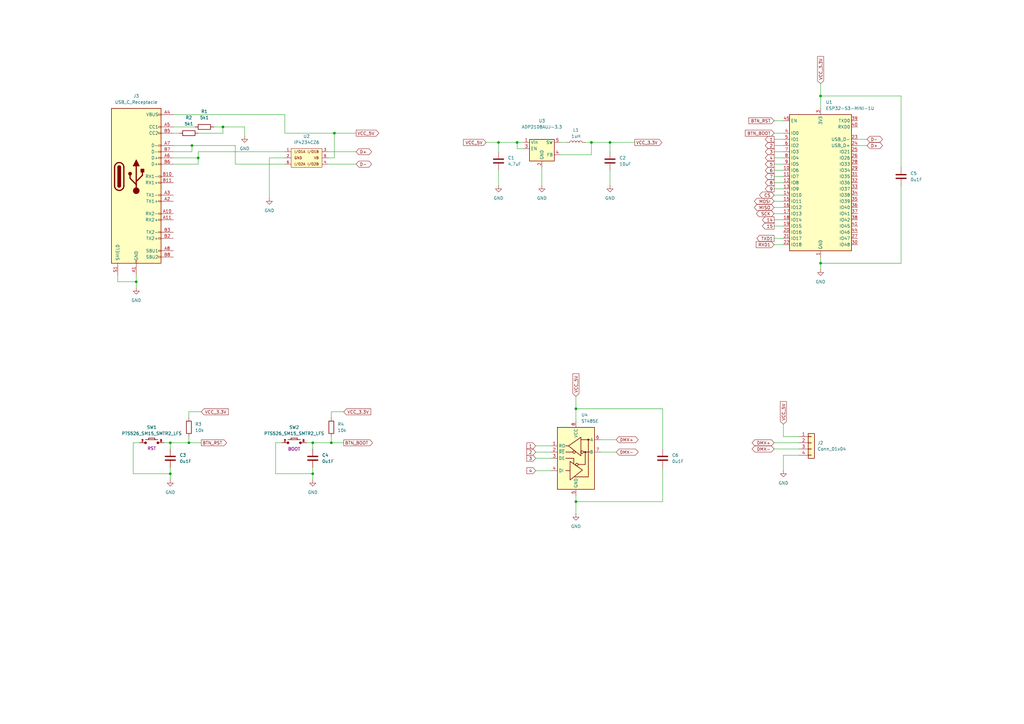
<source format=kicad_sch>
(kicad_sch (version 20250114) (generator "eeschema") (generator_version "9.0")
  (paper "A3")
  (title_block (title "TRANCE Devboard"))
  (lib_symbols
    (symbol "Connector:USB_C_Receptacle" (pin_names (offset 1.016))
      (property "Reference" "J" (at -10.16 29.21 0))
      (property "Value" "USB_C_Receptacle" (at 10.16 29.21 0))
      (symbol "USB_C_Receptacle_0_0"
        (rectangle (start -0.254 -35.56) (end 0.254 -34.544))
        (rectangle (start 10.16 25.654) (end 9.144 25.146))
        (rectangle (start 10.16 20.574) (end 9.144 20.066))
        (rectangle (start 10.16 18.034) (end 9.144 17.526))
        (rectangle (start 10.16 12.954) (end 9.144 12.446))
        (rectangle (start 10.16 10.414) (end 9.144 9.906))
        (rectangle (start 10.16 7.874) (end 9.144 7.366))
        (rectangle (start 10.16 5.334) (end 9.144 4.826))
        (rectangle (start 10.16 0.254) (end 9.144 -0.254))
        (rectangle (start 10.16 -2.286) (end 9.144 -2.794))
        (rectangle (start 10.16 -7.366) (end 9.144 -7.874))
        (rectangle (start 10.16 -9.906) (end 9.144 -10.414))
        (rectangle (start 10.16 -14.986) (end 9.144 -15.494))
        (rectangle (start 10.16 -17.526) (end 9.144 -18.034))
        (rectangle (start 10.16 -22.606) (end 9.144 -23.114))
        (rectangle (start 10.16 -25.146) (end 9.144 -25.654))
        (rectangle (start 10.16 -30.226) (end 9.144 -30.734))
        (rectangle (start 10.16 -32.766) (end 9.144 -33.274))
      )
      (symbol "USB_C_Receptacle_0_1"
        (rectangle (start -10.16 27.94) (end 10.16 -35.56) (stroke (width 0.254)) (fill (type background)))
        (polyline (pts (xy -8.89 -3.81) (xy -8.89 3.81)) (stroke (width 0.508)))
        (rectangle (start -7.62 -3.81) (end -6.35 3.81) (stroke (width 0.254)) (fill (type outline)))
        (arc (start -7.62 3.81) (mid -6.985 4.4423) (end -6.35 3.81) (stroke (width 0.254)))
        (arc (start -7.62 3.81) (mid -6.985 4.4423) (end -6.35 3.81) (stroke (width 0.254)) (fill (type outline)))
        (arc (start -8.89 3.81) (mid -6.985 5.7067) (end -5.08 3.81) (stroke (width 0.508)))
        (arc (start -5.08 -3.81) (mid -6.985 -5.7067) (end -8.89 -3.81) (stroke (width 0.508)))
        (arc (start -6.35 -3.81) (mid -6.985 -4.4423) (end -7.62 -3.81) (stroke (width 0.254)))
        (arc (start -6.35 -3.81) (mid -6.985 -4.4423) (end -7.62 -3.81) (stroke (width 0.254)) (fill (type outline)))
        (polyline (pts (xy -5.08 3.81) (xy -5.08 -3.81)) (stroke (width 0.508)))
      )
      (symbol "USB_C_Receptacle_1_1"
        (circle (center -2.54 1.143) (radius 0.635) (stroke (width 0.254)) (fill (type outline)))
        (polyline (pts (xy -1.27 4.318) (xy 0 6.858) (xy 1.27 4.318) (xy -1.27 4.318)) (stroke (width 0.254)) (fill (type outline)))
        (polyline (pts (xy 0 -2.032) (xy 2.54 0.508) (xy 2.54 1.778)) (stroke (width 0.508)))
        (polyline (pts (xy 0 -3.302) (xy -2.54 -0.762) (xy -2.54 0.508)) (stroke (width 0.508)))
        (polyline (pts (xy 0 -5.842) (xy 0 4.318)) (stroke (width 0.508)))
        (circle (center 0 -5.842) (radius 1.27) (fill (type outline)))
        (rectangle (start 1.905 1.778) (end 3.175 3.048) (stroke (width 0.254)) (fill (type outline)))
        (pin passive line (at -7.62 -40.64 90) (length 5.08) (name "SHIELD") (number "S1"))
        (pin passive line (at 0 -40.64 90) (length 5.08) (name "GND") (number "A1"))
        (pin passive line (at 0 -40.64 90) (length 5.08) (hide yes) (name "GND") (number "A12"))
        (pin passive line (at 0 -40.64 90) (length 5.08) (hide yes) (name "GND") (number "B1"))
        (pin passive line (at 0 -40.64 90) (length 5.08) (hide yes) (name "GND") (number "B12"))
        (pin passive line (at 15.24 25.4 180) (length 5.08) (name "VBUS") (number "A4"))
        (pin passive line (at 15.24 25.4 180) (length 5.08) (hide yes) (name "VBUS") (number "A9"))
        (pin passive line (at 15.24 25.4 180) (length 5.08) (hide yes) (name "VBUS") (number "B4"))
        (pin passive line (at 15.24 25.4 180) (length 5.08) (hide yes) (name "VBUS") (number "B9"))
        (pin bidirectional line (at 15.24 20.32 180) (length 5.08) (name "CC1") (number "A5"))
        (pin bidirectional line (at 15.24 17.78 180) (length 5.08) (name "CC2") (number "B5"))
        (pin bidirectional line (at 15.24 12.7 180) (length 5.08) (name "D-") (number "A7"))
        (pin bidirectional line (at 15.24 10.16 180) (length 5.08) (name "D-") (number "B7"))
        (pin bidirectional line (at 15.24 7.62 180) (length 5.08) (name "D+") (number "A6"))
        (pin bidirectional line (at 15.24 5.08 180) (length 5.08) (name "D+") (number "B6"))
        (pin bidirectional line (at 15.24 0 180) (length 5.08) (name "RX1-") (number "B10"))
        (pin bidirectional line (at 15.24 -2.54 180) (length 5.08) (name "RX1+") (number "B11"))
        (pin bidirectional line (at 15.24 -7.62 180) (length 5.08) (name "TX1-") (number "A3"))
        (pin bidirectional line (at 15.24 -10.16 180) (length 5.08) (name "TX1+") (number "A2"))
        (pin bidirectional line (at 15.24 -15.24 180) (length 5.08) (name "RX2-") (number "A10"))
        (pin bidirectional line (at 15.24 -17.78 180) (length 5.08) (name "RX2+") (number "A11"))
        (pin bidirectional line (at 15.24 -22.86 180) (length 5.08) (name "TX2-") (number "B3"))
        (pin bidirectional line (at 15.24 -25.4 180) (length 5.08) (name "TX2+") (number "B2"))
        (pin bidirectional line (at 15.24 -30.48 180) (length 5.08) (name "SBU1") (number "A8"))
        (pin bidirectional line (at 15.24 -33.02 180) (length 5.08) (name "SBU2") (number "B8"))
      )
    )
    (symbol "Connector_Generic:Conn_01x04" (pin_names (offset 1.016) (hide yes))
      (property "Reference" "J" (at 0 5.08 0))
      (property "Value" "Conn_01x04" (at 0 -7.62 0))
      (symbol "Conn_01x04_1_1"
        (rectangle (start -1.27 3.81) (end 1.27 -6.35) (stroke (width 0.254)) (fill (type background)))
        (rectangle (start -1.27 2.667) (end 0 2.413) (stroke (width 0.1524)))
        (rectangle (start -1.27 0.127) (end 0 -0.127) (stroke (width 0.1524)))
        (rectangle (start -1.27 -2.413) (end 0 -2.667) (stroke (width 0.1524)))
        (rectangle (start -1.27 -4.953) (end 0 -5.207) (stroke (width 0.1524)))
        (pin passive line (at -5.08 2.54 0) (length 3.81) (name "Pin_1") (number "1"))
        (pin passive line (at -5.08 0 0) (length 3.81) (name "Pin_2") (number "2"))
        (pin passive line (at -5.08 -2.54 0) (length 3.81) (name "Pin_3") (number "3"))
        (pin passive line (at -5.08 -5.08 0) (length 3.81) (name "Pin_4") (number "4"))
      )
    )
    (symbol "Device:C" (pin_numbers (hide yes)) (pin_names (offset 0.254))
      (property "Reference" "C" (at 0.635 2.54 0))
      (property "Value" "C" (at 0.635 -2.54 0))
      (symbol "C_0_1"
        (polyline (pts (xy -2.032 0.762) (xy 2.032 0.762)) (stroke (width 0.508)))
        (polyline (pts (xy -2.032 -0.762) (xy 2.032 -0.762)) (stroke (width 0.508)))
      )
      (symbol "C_1_1"
        (pin passive line (at 0 3.81 270) (length 2.794) (name "~") (number "1"))
        (pin passive line (at 0 -3.81 90) (length 2.794) (name "~") (number "2"))
      )
    )
    (symbol "Device:L" (pin_numbers (hide yes)) (pin_names (offset 1.016) (hide yes))
      (property "Reference" "L" (at -1.27 0 90))
      (property "Value" "L" (at 1.905 0 90))
      (symbol "L_0_1"
        (arc (start 0 2.54) (mid 0.6323 1.905) (end 0 1.27))
        (arc (start 0 1.27) (mid 0.6323 0.635) (end 0 0))
        (arc (start 0 0) (mid 0.6323 -0.635) (end 0 -1.27))
        (arc (start 0 -1.27) (mid 0.6323 -1.905) (end 0 -2.54))
      )
      (symbol "L_1_1"
        (pin passive line (at 0 3.81 270) (length 1.27) (name "1") (number "1"))
        (pin passive line (at 0 -3.81 90) (length 1.27) (name "2") (number "2"))
      )
    )
    (symbol "Device:R" (pin_numbers (hide yes)) (pin_names (offset 0))
      (property "Reference" "R" (at 2.032 0 90))
      (property "Value" "R" (at 0 0 90))
      (symbol "R_0_1"
        (rectangle (start -1.016 -2.54) (end 1.016 2.54) (stroke (width 0.254)))
      )
      (symbol "R_1_1"
        (pin passive line (at 0 3.81 270) (length 1.27) (name "~") (number "1"))
        (pin passive line (at 0 -3.81 90) (length 1.27) (name "~") (number "2"))
      )
    )
    (symbol "IP4234CZ6:IP4234CZ6" (pin_names (offset 1.016))
      (property "Reference" "U" (at 0 5.08 0))
      (property "Value" "IP4234CZ6" (at 0 2.54 0))
      (symbol "IP4234CZ6_0_0"
        (rectangle (start 0 -6.35) (end 12.7 1.27) (stroke (width 0.1524)) (fill (type background)))
        (text "I/O1A" (at 1.27 0 0) (effects (font (size 1.016 1.016)) (justify left)))
        (text "GND" (at 1.27 -2.54 0) (effects (font (size 1.016 1.016)) (justify left)))
        (text "I/O2A" (at 1.27 -5.08 0) (effects (font (size 1.016 1.016)) (justify left)))
        (text "I/O1B" (at 11.43 0 0) (effects (font (size 1.016 1.016)) (justify right)))
        (text "VB" (at 11.43 -2.54 0) (effects (font (size 1.016 1.016)) (justify right)))
        (text "I/O2B" (at 11.43 -5.08 0) (effects (font (size 1.016 1.016)) (justify right)))
        (pin bidirectional line (at -2.54 0 0) (length 2.54) (name "~") (number "1"))
        (pin bidirectional line (at -2.54 -2.54 0) (length 2.54) (name "~") (number "2"))
        (pin bidirectional line (at -2.54 -5.08 0) (length 2.54) (name "~") (number "6"))
        (pin bidirectional line (at 15.24 0 180) (length 2.54) (name "~") (number "3"))
        (pin bidirectional line (at 15.24 -2.54 180) (length 2.54) (name "~") (number "5"))
        (pin bidirectional line (at 15.24 -5.08 180) (length 2.54) (name "~") (number "4"))
      )
    )
    (symbol "Interface_UART:ST485E"
      (property "Reference" "U" (at -6.985 13.97 0))
      (property "Value" "ST485E" (at 2.54 13.97 0))
      (symbol "ST485E_0_1"
        (rectangle (start -7.62 12.7) (end 7.62 -12.7) (stroke (width 0.254)) (fill (type background)))
        (polyline (pts (xy -4.191 2.54) (xy -1.27 2.54)) (stroke (width 0.254)))
        (polyline (pts (xy -4.191 0) (xy -0.889 0) (xy -0.889 -2.286)) (stroke (width 0.254)))
        (polyline (pts (xy -3.175 5.08) (xy -4.191 5.08) (xy -4.064 5.08)) (stroke (width 0.254)))
        (polyline (pts (xy -2.54 -5.08) (xy -4.191 -5.08)) (stroke (width 0.254)))
        (polyline (pts (xy -2.413 -5.08) (xy -2.413 -1.27) (xy 2.667 -4.826) (xy -2.413 -8.89) (xy -2.413 -5.08)) (stroke (width 0.254)))
        (polyline (pts (xy -0.635 -7.62) (xy 5.08 -7.62)) (stroke (width 0.254)))
        (circle (center 0.381 -2.54) (radius 0.508) (stroke (width 0.254)))
        (polyline (pts (xy 0.889 -2.54) (xy 3.81 -2.54)) (stroke (width 0.254)))
        (polyline (pts (xy 2.032 7.62) (xy 5.715 7.62)) (stroke (width 0.254)))
        (polyline (pts (xy 3.048 2.54) (xy 5.715 2.54)) (stroke (width 0.254)))
        (circle (center 3.81 2.54) (radius 0.2794) (stroke (width 0.254)) (fill (type outline)))
        (polyline (pts (xy 3.81 -2.54) (xy 3.81 2.54)) (stroke (width 0.254)))
        (polyline (pts (xy 5.08 -7.62) (xy 5.08 7.62)) (stroke (width 0.254)))
      )
      (symbol "ST485E_1_1"
        (circle (center -0.762 2.54) (radius 0.508) (stroke (width 0.254)))
        (polyline (pts (xy 2.032 4.826) (xy 2.032 8.636) (xy -3.048 5.08) (xy 2.032 1.016) (xy 2.032 4.826)) (stroke (width 0.254)))
        (circle (center 2.54 2.54) (radius 0.508) (stroke (width 0.254)))
        (circle (center 5.08 7.62) (radius 0.2794) (stroke (width 0.254)) (fill (type outline)))
        (pin output line (at -10.16 5.08 0) (length 2.54) (name "RO") (number "1"))
        (pin input line (at -10.16 2.54 0) (length 2.54) (name "~{RE}") (number "2"))
        (pin input line (at -10.16 0 0) (length 2.54) (name "DE") (number "3"))
        (pin input line (at -10.16 -5.08 0) (length 2.54) (name "DI") (number "4"))
        (pin power_in line (at 0 15.24 270) (length 2.54) (name "VCC") (number "8"))
        (pin power_in line (at 0 -15.24 90) (length 2.54) (name "GND") (number "5"))
        (pin bidirectional line (at 10.16 7.62 180) (length 2.54) (name "A") (number "6"))
        (pin bidirectional line (at 10.16 2.54 180) (length 2.54) (name "B") (number "7"))
      )
    )
    (symbol "PTS526_SM15_SMTR2_LFS:PTS526_SM15_SMTR2_LFS" (pin_names (offset 1.016))
      (property "Reference" "SW" (at -2.54 2.54 0))
      (property "Value" "PTS526_SM15_SMTR2_LFS" (at -2.54 -2.54 0))
      (symbol "PTS526_SM15_SMTR2_LFS_0_0"
        (polyline (pts (xy -2.54 1.27) (xy -1.27 1.27)) (stroke (width 0.254)))
        (circle (center -2.54 0) (radius 0.127) (stroke (width 0.4064)))
        (polyline (pts (xy -1.27 1.905) (xy -1.27 1.27)) (stroke (width 0.254)))
        (polyline (pts (xy -1.27 1.905) (xy 1.27 1.905)) (stroke (width 0.254)))
        (polyline (pts (xy -1.27 1.27) (xy 1.27 1.27)) (stroke (width 0.254)))
        (polyline (pts (xy 1.27 1.905) (xy 1.27 1.27)) (stroke (width 0.254)))
        (polyline (pts (xy 1.27 1.27) (xy 2.54 1.27)) (stroke (width 0.254)))
        (circle (center 2.54 0) (radius 0.127) (stroke (width 0.4064)))
        (pin passive line (at -5.08 0 0) (length 2.54) (name "~") (number "1"))
        (pin passive line (at -5.08 0 0) (length 2.54) (name "~") (number "2"))
        (pin passive line (at 5.08 0 180) (length 2.54) (name "~") (number "3"))
        (pin passive line (at 5.08 0 180) (length 2.54) (name "~") (number "4"))
      )
    )
    (symbol "RF_Module:ESP32-S3-MINI-1U"
      (property "Reference" "U" (at -11.43 29.21 0))
      (property "Value" "ESP32-S3-MINI-1U" (at 12.7 29.21 0))
      (symbol "ESP32-S3-MINI-1U_0_1"
        (rectangle (start -12.7 27.94) (end 12.7 -27.94) (stroke (width 0.254)) (fill (type background)))
      )
      (symbol "ESP32-S3-MINI-1U_1_1"
        (pin input line (at -15.24 25.4 0) (length 2.54) (name "EN") (number "45"))
        (pin bidirectional line (at -15.24 20.32 0) (length 2.54) (name "IO0") (number "4"))
        (pin bidirectional line (at -15.24 17.78 0) (length 2.54) (name "IO1") (number "5"))
        (pin bidirectional line (at -15.24 15.24 0) (length 2.54) (name "IO2") (number "6"))
        (pin bidirectional line (at -15.24 12.7 0) (length 2.54) (name "IO3") (number "7"))
        (pin bidirectional line (at -15.24 10.16 0) (length 2.54) (name "IO4") (number "8"))
        (pin bidirectional line (at -15.24 7.62 0) (length 2.54) (name "IO5") (number "9"))
        (pin bidirectional line (at -15.24 5.08 0) (length 2.54) (name "IO6") (number "10"))
        (pin bidirectional line (at -15.24 2.54 0) (length 2.54) (name "IO7") (number "11"))
        (pin bidirectional line (at -15.24 0 0) (length 2.54) (name "IO8") (number "12"))
        (pin bidirectional line (at -15.24 -2.54 0) (length 2.54) (name "IO9") (number "13"))
        (pin bidirectional line (at -15.24 -5.08 0) (length 2.54) (name "IO10") (number "14"))
        (pin bidirectional line (at -15.24 -7.62 0) (length 2.54) (name "IO11") (number "15"))
        (pin bidirectional line (at -15.24 -10.16 0) (length 2.54) (name "IO12") (number "16"))
        (pin bidirectional line (at -15.24 -12.7 0) (length 2.54) (name "IO13") (number "17"))
        (pin bidirectional line (at -15.24 -15.24 0) (length 2.54) (name "IO14") (number "18"))
        (pin bidirectional line (at -15.24 -17.78 0) (length 2.54) (name "IO15") (number "19"))
        (pin bidirectional line (at -15.24 -20.32 0) (length 2.54) (name "IO16") (number "20"))
        (pin bidirectional line (at -15.24 -22.86 0) (length 2.54) (name "IO17") (number "21"))
        (pin bidirectional line (at -15.24 -25.4 0) (length 2.54) (name "IO18") (number "22"))
        (pin power_in line (at 0 30.48 270) (length 2.54) (name "3V3") (number "3"))
        (pin power_in line (at 0 -30.48 90) (length 2.54) (name "GND") (number "1"))
        (pin passive line (at 0 -30.48 90) (length 2.54) (hide yes) (name "GND") (number "2"))
        (pin passive line (at 0 -30.48 90) (length 2.54) (hide yes) (name "GND") (number "42"))
        (pin passive line (at 0 -30.48 90) (length 2.54) (hide yes) (name "GND") (number "43"))
        (pin passive line (at 0 -30.48 90) (length 2.54) (hide yes) (name "GND") (number "46"))
        (pin passive line (at 0 -30.48 90) (length 2.54) (hide yes) (name "GND") (number "47"))
        (pin passive line (at 0 -30.48 90) (length 2.54) (hide yes) (name "GND") (number "48"))
        (pin passive line (at 0 -30.48 90) (length 2.54) (hide yes) (name "GND") (number "49"))
        (pin passive line (at 0 -30.48 90) (length 2.54) (hide yes) (name "GND") (number "50"))
        (pin passive line (at 0 -30.48 90) (length 2.54) (hide yes) (name "GND") (number "51"))
        (pin passive line (at 0 -30.48 90) (length 2.54) (hide yes) (name "GND") (number "52"))
        (pin passive line (at 0 -30.48 90) (length 2.54) (hide yes) (name "GND") (number "53"))
        (pin passive line (at 0 -30.48 90) (length 2.54) (hide yes) (name "GND") (number "54"))
        (pin passive line (at 0 -30.48 90) (length 2.54) (hide yes) (name "GND") (number "55"))
        (pin passive line (at 0 -30.48 90) (length 2.54) (hide yes) (name "GND") (number "56"))
        (pin passive line (at 0 -30.48 90) (length 2.54) (hide yes) (name "GND") (number "57"))
        (pin passive line (at 0 -30.48 90) (length 2.54) (hide yes) (name "GND") (number "58"))
        (pin passive line (at 0 -30.48 90) (length 2.54) (hide yes) (name "GND") (number "59"))
        (pin passive line (at 0 -30.48 90) (length 2.54) (hide yes) (name "GND") (number "60"))
        (pin passive line (at 0 -30.48 90) (length 2.54) (hide yes) (name "GND") (number "61"))
        (pin passive line (at 0 -30.48 90) (length 2.54) (hide yes) (name "GND") (number "62"))
        (pin passive line (at 0 -30.48 90) (length 2.54) (hide yes) (name "GND") (number "63"))
        (pin passive line (at 0 -30.48 90) (length 2.54) (hide yes) (name "GND") (number "64"))
        (pin passive line (at 0 -30.48 90) (length 2.54) (hide yes) (name "GND") (number "65"))
        (pin bidirectional line (at 15.24 25.4 180) (length 2.54) (name "TXD0") (number "39"))
        (pin bidirectional line (at 15.24 22.86 180) (length 2.54) (name "RXD0") (number "40"))
        (pin bidirectional line (at 15.24 17.78 180) (length 2.54) (name "USB_D-") (number "23"))
        (pin bidirectional line (at 15.24 15.24 180) (length 2.54) (name "USB_D+") (number "24"))
        (pin bidirectional line (at 15.24 12.7 180) (length 2.54) (name "IO21") (number "25"))
        (pin bidirectional line (at 15.24 10.16 180) (length 2.54) (name "IO26") (number "26"))
        (pin bidirectional line (at 15.24 7.62 180) (length 2.54) (name "IO33") (number "28"))
        (pin bidirectional line (at 15.24 5.08 180) (length 2.54) (name "IO34") (number "29"))
        (pin bidirectional line (at 15.24 2.54 180) (length 2.54) (name "IO35") (number "31"))
        (pin bidirectional line (at 15.24 0 180) (length 2.54) (name "IO36") (number "32"))
        (pin bidirectional line (at 15.24 -2.54 180) (length 2.54) (name "IO37") (number "33"))
        (pin bidirectional line (at 15.24 -5.08 180) (length 2.54) (name "IO38") (number "34"))
        (pin bidirectional line (at 15.24 -7.62 180) (length 2.54) (name "IO39") (number "35"))
        (pin bidirectional line (at 15.24 -10.16 180) (length 2.54) (name "IO40") (number "36"))
        (pin bidirectional line (at 15.24 -12.7 180) (length 2.54) (name "IO41") (number "37"))
        (pin bidirectional line (at 15.24 -15.24 180) (length 2.54) (name "IO42") (number "38"))
        (pin bidirectional line (at 15.24 -17.78 180) (length 2.54) (name "IO45") (number "41"))
        (pin bidirectional line (at 15.24 -20.32 180) (length 2.54) (name "IO46") (number "44"))
        (pin bidirectional line (at 15.24 -22.86 180) (length 2.54) (name "IO47") (number "27"))
        (pin bidirectional line (at 15.24 -25.4 180) (length 2.54) (name "IO48") (number "30"))
      )
    )
    (symbol "Regulator_Switching:ADP2108AUJ-3.3"
      (property "Reference" "U" (at -5.08 5.08 0))
      (property "Value" "ADP2108AUJ-3.3" (at 0 5.08 0))
      (symbol "ADP2108AUJ-3.3_0_1"
        (rectangle (start -5.08 3.81) (end 5.08 -5.08) (stroke (width 0.254)) (fill (type background)))
      )
      (symbol "ADP2108AUJ-3.3_1_1"
        (pin power_in line (at -7.62 2.54 0) (length 2.54) (name "Vin") (number "1"))
        (pin input line (at -7.62 0 0) (length 2.54) (name "EN") (number "3"))
        (pin power_in line (at 0 -7.62 90) (length 2.54) (name "GND") (number "2"))
        (pin input line (at 7.62 2.54 180) (length 2.54) (name "SW") (number "5"))
        (pin input line (at 7.62 -2.54 180) (length 2.54) (name "FB") (number "4"))
      )
    )
    (symbol "power:GND" (power) (pin_numbers (hide yes)) (pin_names (offset 0) (hide yes))
      (property "Value" "GND" (at 0 -3.81 0))
      (symbol "GND_0_1"
        (polyline (pts (xy 0 0) (xy 0 -1.27) (xy 1.27 -1.27) (xy 0 -2.54) (xy -1.27 -1.27) (xy 0 -1.27)))
      )
      (symbol "GND_1_1"
        (pin power_in line (at 0 0 270) (length 0) (name "~") (number "1"))
      )
    )
  )
  (junction (at 128.27 181.61))
  (junction (at 204.47 58.42))
  (junction (at 336.55 39.37))
  (junction (at 91.44 52.07))
  (junction (at 128.27 194.31))
  (junction (at 137.16 54.61))
  (junction (at 78.74 59.69))
  (junction (at 212.09 58.42))
  (junction (at 250.19 58.42))
  (junction (at 135.89 181.61))
  (junction (at 236.22 167.64))
  (junction (at 69.85 181.61))
  (junction (at 236.22 205.74))
  (junction (at 69.85 194.31))
  (junction (at 336.55 107.95))
  (junction (at 77.47 181.61))
  (junction (at 55.88 115.57))
  (junction (at 242.57 58.42))
  (junction (at 81.28 64.77))
  (wire (pts (xy 317.5 87.63) (xy 321.31 87.63)))
  (wire (pts (xy 134.62 64.77) (xy 137.16 64.77)))
  (wire (pts (xy 71.12 54.61) (xy 73.66 54.61)))
  (wire (pts (xy 96.52 59.69) (xy 96.52 67.31)))
  (wire (pts (xy 81.28 67.31) (xy 71.12 67.31)))
  (wire (pts (xy 317.5 59.69) (xy 321.31 59.69)))
  (wire (pts (xy 137.16 64.77) (xy 137.16 54.61)))
  (wire (pts (xy 250.19 58.42) (xy 260.35 58.42)))
  (wire (pts (xy 321.31 193.04) (xy 321.31 186.69)))
  (wire (pts (xy 116.84 54.61) (xy 116.84 46.99)))
  (wire (pts (xy 317.5 72.39) (xy 321.31 72.39)))
  (wire (pts (xy 250.19 69.85) (xy 250.19 76.2)))
  (wire (pts (xy 137.16 54.61) (xy 146.05 54.61)))
  (wire (pts (xy 140.97 168.91) (xy 135.89 168.91)))
  (wire (pts (xy 271.78 205.74) (xy 236.22 205.74)))
  (wire (pts (xy 71.12 52.07) (xy 80.01 52.07)))
  (wire (pts (xy 317.5 49.53) (xy 321.31 49.53)))
  (wire (pts (xy 212.09 58.42) (xy 212.09 60.96)))
  (wire (pts (xy 317.5 54.61) (xy 321.31 54.61)))
  (wire (pts (xy 82.55 168.91) (xy 77.47 168.91)))
  (wire (pts (xy 135.89 168.91) (xy 135.89 171.45)))
  (wire (pts (xy 240.03 58.42) (xy 242.57 58.42)))
  (wire (pts (xy 81.28 62.23) (xy 116.84 62.23)))
  (wire (pts (xy 369.57 107.95) (xy 336.55 107.95)))
  (wire (pts (xy 69.85 194.31) (xy 69.85 196.85)))
  (wire (pts (xy 317.5 181.61) (xy 327.66 181.61)))
  (wire (pts (xy 222.25 68.58) (xy 222.25 76.2)))
  (wire (pts (xy 317.5 82.55) (xy 321.31 82.55)))
  (wire (pts (xy 77.47 179.07) (xy 77.47 181.61)))
  (wire (pts (xy 317.5 97.79) (xy 321.31 97.79)))
  (wire (pts (xy 214.63 60.96) (xy 212.09 60.96)))
  (wire (pts (xy 236.22 205.74) (xy 236.22 210.82)))
  (wire (pts (xy 128.27 181.61) (xy 135.89 181.61)))
  (wire (pts (xy 212.09 58.42) (xy 214.63 58.42)))
  (wire (pts (xy 100.33 55.88) (xy 100.33 52.07)))
  (wire (pts (xy 116.84 64.77) (xy 110.49 64.77)))
  (wire (pts (xy 71.12 64.77) (xy 81.28 64.77)))
  (wire (pts (xy 369.57 76.2) (xy 369.57 107.95)))
  (wire (pts (xy 219.71 193.04) (xy 226.06 193.04)))
  (wire (pts (xy 57.15 181.61) (xy 54.61 181.61)))
  (wire (pts (xy 351.79 59.69) (xy 355.6 59.69)))
  (wire (pts (xy 336.55 107.95) (xy 336.55 110.49)))
  (wire (pts (xy 69.85 184.15) (xy 69.85 181.61)))
  (wire (pts (xy 128.27 194.31) (xy 128.27 196.85)))
  (wire (pts (xy 317.5 69.85) (xy 321.31 69.85)))
  (wire (pts (xy 336.55 39.37) (xy 336.55 44.45)))
  (wire (pts (xy 54.61 181.61) (xy 54.61 194.31)))
  (wire (pts (xy 317.5 77.47) (xy 321.31 77.47)))
  (wire (pts (xy 96.52 67.31) (xy 116.84 67.31)))
  (wire (pts (xy 81.28 54.61) (xy 91.44 54.61)))
  (wire (pts (xy 135.89 181.61) (xy 140.97 181.61)))
  (wire (pts (xy 110.49 64.77) (xy 110.49 81.28)))
  (wire (pts (xy 91.44 54.61) (xy 91.44 52.07)))
  (wire (pts (xy 87.63 52.07) (xy 91.44 52.07)))
  (wire (pts (xy 317.5 74.93) (xy 321.31 74.93)))
  (wire (pts (xy 317.5 67.31) (xy 321.31 67.31)))
  (wire (pts (xy 236.22 203.2) (xy 236.22 205.74)))
  (wire (pts (xy 135.89 179.07) (xy 135.89 181.61)))
  (wire (pts (xy 125.73 181.61) (xy 128.27 181.61)))
  (wire (pts (xy 204.47 58.42) (xy 212.09 58.42)))
  (wire (pts (xy 134.62 67.31) (xy 146.05 67.31)))
  (wire (pts (xy 317.5 80.01) (xy 321.31 80.01)))
  (wire (pts (xy 199.39 58.42) (xy 204.47 58.42)))
  (wire (pts (xy 128.27 181.61) (xy 128.27 184.15)))
  (wire (pts (xy 78.74 59.69) (xy 71.12 59.69)))
  (wire (pts (xy 242.57 58.42) (xy 250.19 58.42)))
  (wire (pts (xy 55.88 113.03) (xy 55.88 115.57)))
  (wire (pts (xy 271.78 167.64) (xy 236.22 167.64)))
  (wire (pts (xy 369.57 68.58) (xy 369.57 39.37)))
  (wire (pts (xy 219.71 182.88) (xy 226.06 182.88)))
  (wire (pts (xy 236.22 167.64) (xy 236.22 172.72)))
  (wire (pts (xy 246.38 180.34) (xy 252.73 180.34)))
  (wire (pts (xy 204.47 69.85) (xy 204.47 76.2)))
  (wire (pts (xy 113.03 181.61) (xy 113.03 194.31)))
  (wire (pts (xy 317.5 57.15) (xy 321.31 57.15)))
  (wire (pts (xy 317.5 92.71) (xy 321.31 92.71)))
  (wire (pts (xy 137.16 54.61) (xy 116.84 54.61)))
  (wire (pts (xy 78.74 59.69) (xy 78.74 62.23)))
  (wire (pts (xy 351.79 57.15) (xy 355.6 57.15)))
  (wire (pts (xy 229.87 63.5) (xy 242.57 63.5)))
  (wire (pts (xy 336.55 105.41) (xy 336.55 107.95)))
  (wire (pts (xy 236.22 162.56) (xy 236.22 167.64)))
  (wire (pts (xy 271.78 191.77) (xy 271.78 205.74)))
  (wire (pts (xy 317.5 184.15) (xy 327.66 184.15)))
  (wire (pts (xy 229.87 58.42) (xy 232.41 58.42)))
  (wire (pts (xy 77.47 181.61) (xy 82.55 181.61)))
  (wire (pts (xy 48.26 115.57) (xy 55.88 115.57)))
  (wire (pts (xy 81.28 62.23) (xy 81.28 64.77)))
  (wire (pts (xy 100.33 52.07) (xy 91.44 52.07)))
  (wire (pts (xy 219.71 187.96) (xy 226.06 187.96)))
  (wire (pts (xy 242.57 58.42) (xy 242.57 63.5)))
  (wire (pts (xy 204.47 58.42) (xy 204.47 62.23)))
  (wire (pts (xy 48.26 113.03) (xy 48.26 115.57)))
  (wire (pts (xy 317.5 85.09) (xy 321.31 85.09)))
  (wire (pts (xy 321.31 186.69) (xy 327.66 186.69)))
  (wire (pts (xy 134.62 62.23) (xy 146.05 62.23)))
  (wire (pts (xy 317.5 64.77) (xy 321.31 64.77)))
  (wire (pts (xy 317.5 90.17) (xy 321.31 90.17)))
  (wire (pts (xy 246.38 185.42) (xy 252.73 185.42)))
  (wire (pts (xy 317.5 62.23) (xy 321.31 62.23)))
  (wire (pts (xy 54.61 194.31) (xy 69.85 194.31)))
  (wire (pts (xy 81.28 64.77) (xy 81.28 67.31)))
  (wire (pts (xy 336.55 34.29) (xy 336.55 39.37)))
  (wire (pts (xy 69.85 181.61) (xy 77.47 181.61)))
  (wire (pts (xy 69.85 191.77) (xy 69.85 194.31)))
  (wire (pts (xy 78.74 59.69) (xy 96.52 59.69)))
  (wire (pts (xy 55.88 115.57) (xy 55.88 118.11)))
  (wire (pts (xy 250.19 58.42) (xy 250.19 62.23)))
  (wire (pts (xy 77.47 168.91) (xy 77.47 171.45)))
  (wire (pts (xy 69.85 181.61) (xy 67.31 181.61)))
  (wire (pts (xy 369.57 39.37) (xy 336.55 39.37)))
  (wire (pts (xy 115.57 181.61) (xy 113.03 181.61)))
  (wire (pts (xy 321.31 179.07) (xy 327.66 179.07)))
  (wire (pts (xy 71.12 62.23) (xy 78.74 62.23)))
  (wire (pts (xy 271.78 184.15) (xy 271.78 167.64)))
  (wire (pts (xy 219.71 185.42) (xy 226.06 185.42)))
  (wire (pts (xy 128.27 194.31) (xy 128.27 191.77)))
  (wire (pts (xy 116.84 46.99) (xy 71.12 46.99)))
  (wire (pts (xy 113.03 194.31) (xy 128.27 194.31)))
  (wire (pts (xy 321.31 173.99) (xy 321.31 179.07)))
  (wire (pts (xy 317.5 100.33) (xy 321.31 100.33)))
  (global_label "VCC_5V" (shape input) (at 199.39 58.42 180) (property "Intersheetrefs" "${INTERSHEET_REFS}" (effects (hide yes))))
  (global_label "MISO" (shape bidirectional) (at 317.5 85.09 180) (property "Intersheetrefs" "${INTERSHEET_REFS}" (effects (hide yes))))
  (global_label "TXD1" (shape output) (at 317.5 97.79 180) (property "Intersheetrefs" "${INTERSHEET_REFS}" (effects (hide yes))))
  (global_label "VCC_5V" (shape input) (at 321.31 173.99 90) (property "Intersheetrefs" "${INTERSHEET_REFS}" (effects (hide yes))))
  (global_label "VCC_3.3V" (shape input) (at 82.55 168.91 0) (property "Intersheetrefs" "${INTERSHEET_REFS}" (effects (hide yes))))
  (global_label "4" (shape output) (at 317.5 64.77 180) (property "Intersheetrefs" "${INTERSHEET_REFS}" (effects (hide yes))))
  (global_label "VCC_5V" (shape output) (at 146.05 54.61 0) (property "Intersheetrefs" "${INTERSHEET_REFS}" (effects (hide yes))))
  (global_label "BTN_BOOT" (shape output) (at 140.97 181.61 0) (property "Intersheetrefs" "${INTERSHEET_REFS}" (effects (hide yes))))
  (global_label "4" (shape input) (at 219.71 193.04 180) (property "Intersheetrefs" "${INTERSHEET_REFS}" (effects (hide yes))))
  (global_label "7" (shape output) (at 317.5 72.39 180) (property "Intersheetrefs" "${INTERSHEET_REFS}" (effects (hide yes))))
  (global_label "BTN_RST" (shape input) (at 317.5 49.53 180) (property "Intersheetrefs" "${INTERSHEET_REFS}" (effects (hide yes))))
  (global_label "VCC_5V" (shape input) (at 236.22 162.56 90) (property "Intersheetrefs" "${INTERSHEET_REFS}" (effects (hide yes))))
  (global_label "1" (shape input) (at 219.71 182.88 180) (property "Intersheetrefs" "${INTERSHEET_REFS}" (effects (hide yes))))
  (global_label "9" (shape output) (at 317.5 77.47 180) (property "Intersheetrefs" "${INTERSHEET_REFS}" (effects (hide yes))))
  (global_label "2" (shape output) (at 317.5 59.69 180) (property "Intersheetrefs" "${INTERSHEET_REFS}" (effects (hide yes))))
  (global_label "BTN_RST" (shape output) (at 82.55 181.61 0) (property "Intersheetrefs" "${INTERSHEET_REFS}" (effects (hide yes))))
  (global_label "SCK" (shape bidirectional) (at 317.5 87.63 180) (property "Intersheetrefs" "${INTERSHEET_REFS}" (effects (hide yes))))
  (global_label "MOSI" (shape bidirectional) (at 317.5 82.55 180) (property "Intersheetrefs" "${INTERSHEET_REFS}" (effects (hide yes))))
  (global_label "14" (shape output) (at 317.5 90.17 180) (property "Intersheetrefs" "${INTERSHEET_REFS}" (effects (hide yes))))
  (global_label "5" (shape output) (at 317.5 67.31 180) (property "Intersheetrefs" "${INTERSHEET_REFS}" (effects (hide yes))))
  (global_label "D-" (shape bidirectional) (at 146.05 67.31 0) (property "Intersheetrefs" "${INTERSHEET_REFS}" (effects (hide yes))))
  (global_label "DMX-" (shape bidirectional) (at 252.73 185.42 0) (property "Intersheetrefs" "${INTERSHEET_REFS}" (effects (hide yes))))
  (global_label "D+" (shape bidirectional) (at 355.6 59.69 0) (property "Intersheetrefs" "${INTERSHEET_REFS}" (effects (hide yes))))
  (global_label "RXD1" (shape input) (at 317.5 100.33 180) (property "Intersheetrefs" "${INTERSHEET_REFS}" (effects (hide yes))))
  (global_label "DMX+" (shape bidirectional) (at 317.5 181.61 180) (property "Intersheetrefs" "${INTERSHEET_REFS}" (effects (hide yes))))
  (global_label "2" (shape input) (at 219.71 185.42 180) (property "Intersheetrefs" "${INTERSHEET_REFS}" (effects (hide yes))))
  (global_label "DMX+" (shape bidirectional) (at 252.73 180.34 0) (property "Intersheetrefs" "${INTERSHEET_REFS}" (effects (hide yes))))
  (global_label "15" (shape output) (at 317.5 92.71 180) (property "Intersheetrefs" "${INTERSHEET_REFS}" (effects (hide yes))))
  (global_label "BTN_BOOT" (shape input) (at 317.5 54.61 180) (property "Intersheetrefs" "${INTERSHEET_REFS}" (effects (hide yes))))
  (global_label "6" (shape output) (at 317.5 69.85 180) (property "Intersheetrefs" "${INTERSHEET_REFS}" (effects (hide yes))))
  (global_label "CS" (shape bidirectional) (at 317.5 80.01 180) (property "Intersheetrefs" "${INTERSHEET_REFS}" (effects (hide yes))))
  (global_label "3" (shape input) (at 219.71 187.96 180) (property "Intersheetrefs" "${INTERSHEET_REFS}" (effects (hide yes))))
  (global_label "D+" (shape bidirectional) (at 146.05 62.23 0) (property "Intersheetrefs" "${INTERSHEET_REFS}" (effects (hide yes))))
  (global_label "DMX-" (shape bidirectional) (at 317.5 184.15 180) (property "Intersheetrefs" "${INTERSHEET_REFS}" (effects (hide yes))))
  (global_label "VCC_3.3V" (shape input) (at 336.55 34.29 90) (property "Intersheetrefs" "${INTERSHEET_REFS}" (effects (hide yes))))
  (global_label "8" (shape output) (at 317.5 74.93 180) (property "Intersheetrefs" "${INTERSHEET_REFS}" (effects (hide yes))))
  (global_label "1" (shape output) (at 317.5 57.15 180) (property "Intersheetrefs" "${INTERSHEET_REFS}" (effects (hide yes))))
  (global_label "VCC_3.3V" (shape input) (at 140.97 168.91 0) (property "Intersheetrefs" "${INTERSHEET_REFS}" (effects (hide yes))))
  (global_label "VCC_3.3V" (shape output) (at 260.35 58.42 0) (property "Intersheetrefs" "${INTERSHEET_REFS}" (effects (hide yes))))
  (global_label "3" (shape output) (at 317.5 62.23 180) (property "Intersheetrefs" "${INTERSHEET_REFS}" (effects (hide yes))))
  (global_label "D-" (shape bidirectional) (at 355.6 57.15 0) (property "Intersheetrefs" "${INTERSHEET_REFS}" (effects (hide yes))))
  (symbol (lib_id "Interface_UART:ST485E") (at 236.22 187.96 0) (unit 1)
    (property "Reference" "U4" (at 238.3633 170.18 0) (effects (justify left)))
    (property "Value" "ST485E" (at 238.3633 172.72 0) (effects (justify left)))
    (property "Footprint" "Package_SO:SOIC-8_3.9x4.9mm_P1.27mm" (effects (hide yes)))
    (property "Datasheet" "http://www.st.com/resource/en/datasheet/st485eb.pdf" (effects (hide yes)))
    (property "Description" "Half duplex RS-485/RS-422, 5 Mbps, ±15kV ESD, 5V supply, 256 bus load, SOIC-8" (effects (hide yes)))
  )
  (symbol (lib_id "IP4234CZ6:IP4234CZ6") (at 119.38 62.23 0) (unit 1)
    (property "Reference" "U2" (at 125.73 55.88 0))
    (property "Value" "IP4234CZ6" (at 125.73 58.42 0))
    (property "Footprint" "footprints:IP4234CZ6_SOT-457-6" (effects (hide yes)))
    (property "MF" "NXP Semiconductors" (effects (hide yes)))
    (property "Description_1" "ESD Suppressors / TVS Diodes Single USB 2.0 ESD Protection 6-Pin" (effects (hide yes)))
    (property "Package" "SOT-457 Nexperia USA" (effects (hide yes)))
    (property "Price" "None" (effects (hide yes)))
    (property "SnapEDA_Link" "https://www.snapeda.com/parts/IP4234CZ6/NXP+Semiconductors/view-part/?ref=snap" (effects (hide yes)))
    (property "MP" "IP4234CZ6" (effects (hide yes)))
    (property "Availability" "In Stock" (effects (hide yes)))
    (property "Check_prices" "https://www.snapeda.com/parts/IP4234CZ6/NXP+Semiconductors/view-part/?ref=eda" (effects (hide yes)))
    (property "MOUSER_PART_NUMBER" "771-IP4234CZ6" (effects (hide yes)))
  )
  (symbol (lib_id "Device:R") (at 83.82 52.07 90) (unit 1)
    (property "Reference" "R1" (at 83.82 45.72 90))
    (property "Value" "5k1" (at 83.82 48.26 90))
    (property "Footprint" "Resistor_SMD:R_0603_1608Metric_Pad0.98x0.95mm_HandSolder" (effects (hide yes)))
    (property "Description" "Resistor" (effects (hide yes)))
    (property "MOUSER_PART_NUMBER" "71-CRCW0402-5.1K-E3" (effects (hide yes)))
  )
  (symbol (lib_id "power:GND") (at 222.25 76.2 0) (unit 1)
    (property "Reference" "#PWR04" (effects (hide yes)))
    (property "Value" "GND" (at 222.25 81.28 0))
    (property "Description" "Power symbol creates a global label with name \"GND\" , ground" (effects (hide yes)))
  )
  (symbol (lib_id "power:GND") (at 250.19 76.2 0) (unit 1)
    (property "Reference" "#PWR05" (effects (hide yes)))
    (property "Value" "GND" (at 250.19 81.28 0))
    (property "Description" "Power symbol creates a global label with name \"GND\" , ground" (effects (hide yes)))
  )
  (symbol (lib_id "Device:R") (at 135.89 175.26 0) (unit 1)
    (property "Reference" "R4" (at 138.43 173.9899 0) (effects (justify left)))
    (property "Value" "10k" (at 138.43 176.5299 0) (effects (justify left)))
    (property "Footprint" "Resistor_SMD:R_0603_1608Metric_Pad0.98x0.95mm_HandSolder" (effects (hide yes)))
    (property "Description" "Resistor" (effects (hide yes)))
    (property "MOUSER_PART_NUMBER" "71-CRCW0402-10K-E3" (effects (hide yes)))
  )
  (symbol (lib_id "Device:L") (at 236.22 58.42 90) (unit 1)
    (property "Reference" "L1" (at 236.22 53.34 90))
    (property "Value" "1uH" (at 236.22 55.88 90))
    (property "Footprint" "Inductor_SMD:L_0805_2012Metric" (effects (hide yes)))
    (property "Description" "Inductor" (effects (hide yes)))
    (property "MOUSER_PART_NUMBER" "81-LQM21PN1R0MC0D" (effects (hide yes)))
  )
  (symbol (lib_id "RF_Module:ESP32-S3-MINI-1U") (at 336.55 74.93 0) (unit 1)
    (property "Reference" "U1" (at 338.6933 41.91 0) (effects (justify left)))
    (property "Value" "ESP32-S3-MINI-1U" (at 338.6933 44.45 0) (effects (justify left)))
    (property "Footprint" "RF_Module:ESP32-S2-MINI-1U" (effects (hide yes)))
    (property "Datasheet" "https://www.espressif.com/sites/default/files/documentation/esp32-s3-mini-1_mini-1u_datasheet_en.pdf" (effects (hide yes)))
    (property "Description" "RF Module, ESP32-S3 SoC, Wi-Fi 802.11b/g/n, Bluetooth, BLE, 32-bit, 3.3V, SMD, external antenna" (effects (hide yes)))
    (property "MOUSER_PART_NUMBER" "356-ESP32S3MINI1UN8" (effects (hide yes)))
  )
  (symbol (lib_id "Connector:USB_C_Receptacle") (at 55.88 72.39 0) (unit 1)
    (property "Reference" "J3" (at 55.88 39.37 0))
    (property "Value" "USB_C_Receptacle" (at 55.88 41.91 0))
    (property "Footprint" "Connector_USB:USB_C_Receptacle_GCT_USB4115-03-C" (effects (hide yes)))
    (property "Datasheet" "https://www.usb.org/sites/default/files/documents/usb_type-c.zip" (effects (hide yes)))
    (property "Description" "USB Full-Featured Type-C Receptacle connector" (effects (hide yes)))
  )
  (symbol (lib_id "PTS526_SM15_SMTR2_LFS:PTS526_SM15_SMTR2_LFS") (at 62.23 181.61 0) (unit 1)
    (property "Reference" "SW1" (at 62.23 175.26 0))
    (property "Value" "PTS526_SM15_SMTR2_LFS" (at 62.23 177.8 0))
    (property "Footprint" "footprints:PTS526SM15SMTR2LFS" (effects (hide yes)))
    (property "Description" "RST" (at 62.23 183.896 0))
    (property "MANUFACTURER_NAME" "C & K COMPONENTS" (effects (hide yes)))
    (property "MF" "C&K" (effects (hide yes)))
    (property "MOUSER_PRICE-STOCK" "https://www.mouser.co.uk/ProductDetail/CK/PTS526-SM15-SMTR2-LFS?qs=UXgszm6BlbENivbslIA%252B5g%3D%3D" (effects (hide yes)))
    (property "DESCRIPTION" "Tactile Switches 50mA 12VDC, 5.2x5.2mm, 1.5mm H, 160gf, G leads, No ground pin, metal actuator" (effects (hide yes)))
    (property "MOUSER_PART_NUMBER" "611-PTS526SM15SMTR2L" (effects (hide yes)))
    (property "Price" "None" (effects (hide yes)))
    (property "Package" "None" (effects (hide yes)))
    (property "Check_prices" "https://www.snapeda.com/parts/PTS526%20SM15%20SMTR2%20LFS/C%2526K/view-part/?ref=eda" (effects (hide yes)))
    (property "HEIGHT" "1.5mm" (effects (hide yes)))
    (property "MP" "PTS526 SM15 SMTR2 LFS" (effects (hide yes)))
    (property "SnapEDA_Link" "https://www.snapeda.com/parts/PTS526%20SM15%20SMTR2%20LFS/C%2526K/view-part/?ref=snap" (effects (hide yes)))
    (property "ARROW_PRICE-STOCK" "https://www.arrow.com/en/products/pts526-sm15-smtr2-lfs/ck" (effects (hide yes)))
    (property "ARROW_PART_NUMBER" "PTS526 SM15 SMTR2 LFS" (effects (hide yes)))
    (property "Description_1" "Tactile Switch SPST-NO Top Actuated Surface Mount" (effects (hide yes)))
    (property "Availability" "In Stock" (effects (hide yes)))
    (property "MANUFACTURER_PART_NUMBER" "PTS526 SM15 SMTR2 LFS" (effects (hide yes)))
  )
  (symbol (lib_id "Device:C") (at 271.78 187.96 0) (unit 1)
    (property "Reference" "C6" (at 275.59 186.6899 0) (effects (justify left)))
    (property "Value" "0u1F" (at 275.59 189.2299 0) (effects (justify left)))
    (property "Footprint" "Capacitor_SMD:C_0603_1608Metric_Pad1.08x0.95mm_HandSolder" (effects (hide yes)))
    (property "Description" "Unpolarized capacitor" (effects (hide yes)))
    (property "MOUSER_PART_NUMBER" "187-CL05F104ZO5NNND" (effects (hide yes)))
  )
  (symbol (lib_id "Device:C") (at 128.27 187.96 0) (unit 1)
    (property "Reference" "C4" (at 132.08 186.6899 0) (effects (justify left)))
    (property "Value" "0u1F" (at 132.08 189.2299 0) (effects (justify left)))
    (property "Footprint" "Capacitor_SMD:C_0603_1608Metric_Pad1.08x0.95mm_HandSolder" (effects (hide yes)))
    (property "Description" "Unpolarized capacitor" (effects (hide yes)))
    (property "MOUSER_PART_NUMBER" "187-CL05F104ZO5NNND" (effects (hide yes)))
  )
  (symbol (lib_id "Regulator_Switching:ADP2108AUJ-3.3") (at 222.25 60.96 0) (unit 1)
    (property "Reference" "U3" (at 222.25 49.53 0))
    (property "Value" "ADP2108AUJ-3.3" (at 222.25 52.07 0))
    (property "Footprint" "Package_TO_SOT_SMD:TSOT-23-5" (effects (hide yes)))
    (property "Datasheet" "https://www.analog.com/media/en/technical-documentation/data-sheets/ADP2108.pdf" (effects (hide yes)))
    (property "Description" "3MHz switching bucK regulator, 600mA 3.3V output voltage," (effects (hide yes)))
    (property "MOUSER_PART_NUMBER" "584-ADP2108AUJZ3.3R7" (effects (hide yes)))
  )
  (symbol (lib_id "Device:R") (at 77.47 54.61 90) (unit 1)
    (property "Reference" "R2" (at 77.47 48.26 90))
    (property "Value" "5k1" (at 77.47 50.8 90))
    (property "Footprint" "Resistor_SMD:R_0603_1608Metric_Pad0.98x0.95mm_HandSolder" (effects (hide yes)))
    (property "Description" "Resistor" (effects (hide yes)))
    (property "MOUSER_PART_NUMBER" "71-CRCW0402-5.1K-E3" (effects (hide yes)))
  )
  (symbol (lib_id "Device:C") (at 250.19 66.04 0) (unit 1)
    (property "Reference" "C2" (at 254 64.7699 0) (effects (justify left)))
    (property "Value" "10uF" (at 254 67.3099 0) (effects (justify left)))
    (property "Footprint" "Capacitor_SMD:C_0805_2012Metric" (effects (hide yes)))
    (property "Description" "Unpolarized capacitor" (effects (hide yes)))
    (property "MOUSER_PART_NUMBER" "187-CL21A106KOQNNNF" (effects (hide yes)))
  )
  (symbol (lib_id "power:GND") (at 236.22 210.82 0) (unit 1)
    (property "Reference" "#PWR010" (effects (hide yes)))
    (property "Value" "GND" (at 236.22 215.9 0))
    (property "Description" "Power symbol creates a global label with name \"GND\" , ground" (effects (hide yes)))
  )
  (symbol (lib_id "power:GND") (at 336.55 110.49 0) (unit 1)
    (property "Reference" "#PWR07" (effects (hide yes)))
    (property "Value" "GND" (at 336.55 115.57 0))
    (property "Description" "Power symbol creates a global label with name \"GND\" , ground" (effects (hide yes)))
  )
  (symbol (lib_id "power:GND") (at 321.31 193.04 0) (unit 1)
    (property "Reference" "#PWR011" (effects (hide yes)))
    (property "Value" "GND" (at 321.31 198.12 0))
    (property "Description" "Power symbol creates a global label with name \"GND\" , ground" (effects (hide yes)))
  )
  (symbol (lib_id "power:GND") (at 55.88 118.11 0) (unit 1)
    (property "Reference" "#PWR02" (effects (hide yes)))
    (property "Value" "GND" (at 55.88 123.19 0))
    (property "Description" "Power symbol creates a global label with name \"GND\" , ground" (effects (hide yes)))
  )
  (symbol (lib_id "power:GND") (at 100.33 55.88 0) (unit 1)
    (property "Reference" "#PWR01" (effects (hide yes)))
    (property "Value" "GND" (at 100.33 60.96 0))
    (property "Description" "Power symbol creates a global label with name \"GND\" , ground" (effects (hide yes)))
  )
  (symbol (lib_id "power:GND") (at 128.27 196.85 0) (unit 1)
    (property "Reference" "#PWR09" (effects (hide yes)))
    (property "Value" "GND" (at 128.27 201.93 0))
    (property "Description" "Power symbol creates a global label with name \"GND\" , ground" (effects (hide yes)))
  )
  (symbol (lib_id "Device:C") (at 204.47 66.04 0) (unit 1)
    (property "Reference" "C1" (at 208.28 64.7699 0) (effects (justify left)))
    (property "Value" "4.7uF" (at 208.28 67.3099 0) (effects (justify left)))
    (property "Footprint" "Capacitor_SMD:C_0603_1608Metric" (effects (hide yes)))
    (property "Description" "Unpolarized capacitor" (effects (hide yes)))
    (property "MOUSER_PART_NUMBER" "187-CL10A475KO8NNNC" (effects (hide yes)))
  )
  (symbol (lib_id "Device:R") (at 77.47 175.26 0) (unit 1)
    (property "Reference" "R3" (at 80.01 173.9899 0) (effects (justify left)))
    (property "Value" "10k" (at 80.01 176.5299 0) (effects (justify left)))
    (property "Footprint" "Resistor_SMD:R_0603_1608Metric_Pad0.98x0.95mm_HandSolder" (effects (hide yes)))
    (property "Description" "Resistor" (effects (hide yes)))
    (property "MOUSER_PART_NUMBER" "71-CRCW0402-10K-E3" (effects (hide yes)))
  )
  (symbol (lib_id "Connector_Generic:Conn_01x04") (at 332.74 181.61 0) (unit 1)
    (property "Reference" "J2" (at 335.28 181.6099 0) (effects (justify left)))
    (property "Value" "Conn_01x04" (at 335.28 184.1499 0) (effects (justify left)))
    (property "Footprint" "Connector_JST:JST_PH_B4B-PH-K_1x04_P2.00mm_Vertical" (effects (hide yes)))
    (property "Description" "Generic connector, single row, 01x04, script generated (kicad-library-utils/schlib/autogen/connector/)" (effects (hide yes)))
  )
  (symbol (lib_id "power:GND") (at 110.49 81.28 0) (unit 1)
    (property "Reference" "#PWR03" (effects (hide yes)))
    (property "Value" "GND" (at 110.49 86.36 0))
    (property "Description" "Power symbol creates a global label with name \"GND\" , ground" (effects (hide yes)))
  )
  (symbol (lib_id "Device:C") (at 69.85 187.96 0) (unit 1)
    (property "Reference" "C3" (at 73.66 186.6899 0) (effects (justify left)))
    (property "Value" "0u1F" (at 73.66 189.2299 0) (effects (justify left)))
    (property "Footprint" "Capacitor_SMD:C_0603_1608Metric_Pad1.08x0.95mm_HandSolder" (effects (hide yes)))
    (property "Description" "Unpolarized capacitor" (effects (hide yes)))
    (property "MOUSER_PART_NUMBER" "187-CL05F104ZO5NNND" (effects (hide yes)))
  )
  (symbol (lib_id "PTS526_SM15_SMTR2_LFS:PTS526_SM15_SMTR2_LFS") (at 120.65 181.61 0) (unit 1)
    (property "Reference" "SW2" (at 120.65 175.26 0))
    (property "Value" "PTS526_SM15_SMTR2_LFS" (at 120.65 177.8 0))
    (property "Footprint" "footprints:PTS526SM15SMTR2LFS" (effects (hide yes)))
    (property "Description" "BOOT" (at 120.65 184.15 0))
    (property "MANUFACTURER_NAME" "C & K COMPONENTS" (effects (hide yes)))
    (property "MF" "C&K" (effects (hide yes)))
    (property "MOUSER_PRICE-STOCK" "https://www.mouser.co.uk/ProductDetail/CK/PTS526-SM15-SMTR2-LFS?qs=UXgszm6BlbENivbslIA%252B5g%3D%3D" (effects (hide yes)))
    (property "DESCRIPTION" "Tactile Switches 50mA 12VDC, 5.2x5.2mm, 1.5mm H, 160gf, G leads, No ground pin, metal actuator" (effects (hide yes)))
    (property "MOUSER_PART_NUMBER" "611-PTS526SM15SMTR2L" (effects (hide yes)))
    (property "Price" "None" (effects (hide yes)))
    (property "Package" "None" (effects (hide yes)))
    (property "Check_prices" "https://www.snapeda.com/parts/PTS526%20SM15%20SMTR2%20LFS/C%2526K/view-part/?ref=eda" (effects (hide yes)))
    (property "HEIGHT" "1.5mm" (effects (hide yes)))
    (property "MP" "PTS526 SM15 SMTR2 LFS" (effects (hide yes)))
    (property "SnapEDA_Link" "https://www.snapeda.com/parts/PTS526%20SM15%20SMTR2%20LFS/C%2526K/view-part/?ref=snap" (effects (hide yes)))
    (property "ARROW_PRICE-STOCK" "https://www.arrow.com/en/products/pts526-sm15-smtr2-lfs/ck" (effects (hide yes)))
    (property "ARROW_PART_NUMBER" "PTS526 SM15 SMTR2 LFS" (effects (hide yes)))
    (property "Description_1" "Tactile Switch SPST-NO Top Actuated Surface Mount" (effects (hide yes)))
    (property "Availability" "In Stock" (effects (hide yes)))
    (property "MANUFACTURER_PART_NUMBER" "PTS526 SM15 SMTR2 LFS" (effects (hide yes)))
  )
  (symbol (lib_id "power:GND") (at 204.47 76.2 0) (unit 1)
    (property "Reference" "#PWR06" (effects (hide yes)))
    (property "Value" "GND" (at 204.47 81.28 0))
    (property "Description" "Power symbol creates a global label with name \"GND\" , ground" (effects (hide yes)))
  )
  (symbol (lib_id "power:GND") (at 69.85 196.85 0) (unit 1)
    (property "Reference" "#PWR08" (effects (hide yes)))
    (property "Value" "GND" (at 69.85 201.93 0))
    (property "Description" "Power symbol creates a global label with name \"GND\" , ground" (effects (hide yes)))
  )
  (symbol (lib_id "Device:C") (at 369.57 72.39 0) (unit 1)
    (property "Reference" "C5" (at 373.38 71.1199 0) (effects (justify left)))
    (property "Value" "0u1F" (at 373.38 73.6599 0) (effects (justify left)))
    (property "Footprint" "Capacitor_SMD:C_0603_1608Metric_Pad1.08x0.95mm_HandSolder" (effects (hide yes)))
    (property "Description" "Unpolarized capacitor" (effects (hide yes)))
    (property "MOUSER_PART_NUMBER" "187-CL05F104ZO5NNND" (effects (hide yes)))
  )
)
</source>
